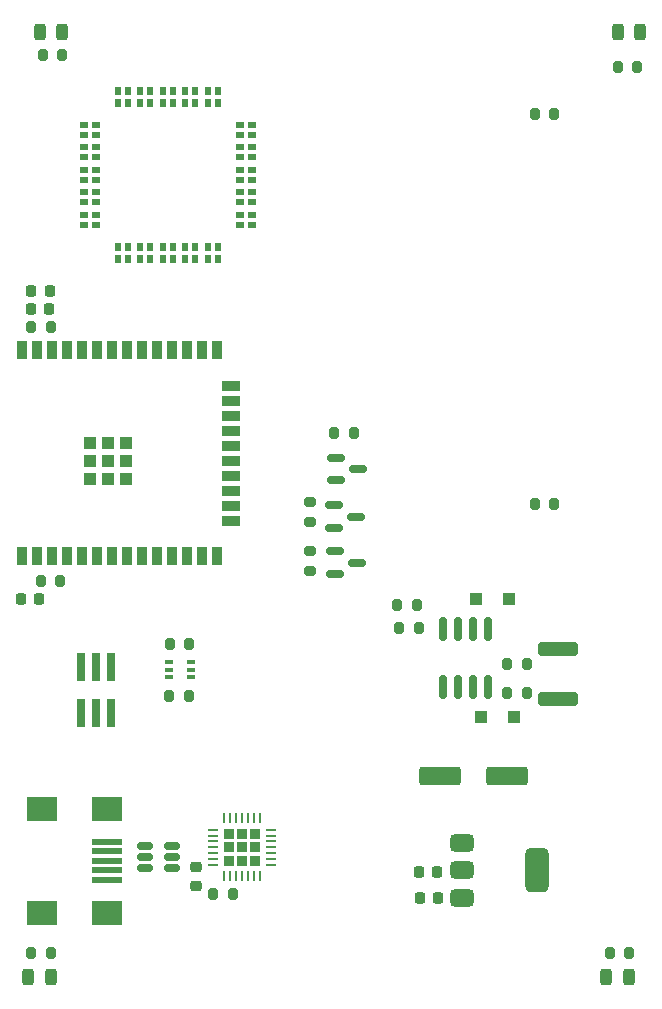
<source format=gbr>
%TF.GenerationSoftware,KiCad,Pcbnew,9.0.1*%
%TF.CreationDate,2025-04-06T11:33:29+02:00*%
%TF.ProjectId,TocBoatReceiver,546f6342-6f61-4745-9265-636569766572,rev?*%
%TF.SameCoordinates,Original*%
%TF.FileFunction,Paste,Top*%
%TF.FilePolarity,Positive*%
%FSLAX46Y46*%
G04 Gerber Fmt 4.6, Leading zero omitted, Abs format (unit mm)*
G04 Created by KiCad (PCBNEW 9.0.1) date 2025-04-06 11:33:29*
%MOMM*%
%LPD*%
G01*
G04 APERTURE LIST*
G04 Aperture macros list*
%AMRoundRect*
0 Rectangle with rounded corners*
0 $1 Rounding radius*
0 $2 $3 $4 $5 $6 $7 $8 $9 X,Y pos of 4 corners*
0 Add a 4 corners polygon primitive as box body*
4,1,4,$2,$3,$4,$5,$6,$7,$8,$9,$2,$3,0*
0 Add four circle primitives for the rounded corners*
1,1,$1+$1,$2,$3*
1,1,$1+$1,$4,$5*
1,1,$1+$1,$6,$7*
1,1,$1+$1,$8,$9*
0 Add four rect primitives between the rounded corners*
20,1,$1+$1,$2,$3,$4,$5,0*
20,1,$1+$1,$4,$5,$6,$7,0*
20,1,$1+$1,$6,$7,$8,$9,0*
20,1,$1+$1,$8,$9,$2,$3,0*%
G04 Aperture macros list end*
%ADD10RoundRect,0.150000X-0.150000X0.825000X-0.150000X-0.825000X0.150000X-0.825000X0.150000X0.825000X0*%
%ADD11R,0.580000X0.720000*%
%ADD12R,0.720000X0.580000*%
%ADD13RoundRect,0.200000X-0.275000X0.200000X-0.275000X-0.200000X0.275000X-0.200000X0.275000X0.200000X0*%
%ADD14RoundRect,0.200000X0.200000X0.275000X-0.200000X0.275000X-0.200000X-0.275000X0.200000X-0.275000X0*%
%ADD15RoundRect,0.250000X1.450000X-0.312500X1.450000X0.312500X-1.450000X0.312500X-1.450000X-0.312500X0*%
%ADD16RoundRect,0.200000X-0.200000X-0.275000X0.200000X-0.275000X0.200000X0.275000X-0.200000X0.275000X0*%
%ADD17RoundRect,0.250000X0.300000X0.300000X-0.300000X0.300000X-0.300000X-0.300000X0.300000X-0.300000X0*%
%ADD18RoundRect,0.225000X0.225000X0.250000X-0.225000X0.250000X-0.225000X-0.250000X0.225000X-0.250000X0*%
%ADD19RoundRect,0.150000X-0.587500X-0.150000X0.587500X-0.150000X0.587500X0.150000X-0.587500X0.150000X0*%
%ADD20RoundRect,0.243750X-0.243750X-0.456250X0.243750X-0.456250X0.243750X0.456250X-0.243750X0.456250X0*%
%ADD21RoundRect,0.225000X-0.250000X0.225000X-0.250000X-0.225000X0.250000X-0.225000X0.250000X0.225000X0*%
%ADD22R,2.500000X0.500000*%
%ADD23R,2.500000X2.000000*%
%ADD24RoundRect,0.375000X-0.625000X-0.375000X0.625000X-0.375000X0.625000X0.375000X-0.625000X0.375000X0*%
%ADD25RoundRect,0.500000X-0.500000X-1.400000X0.500000X-1.400000X0.500000X1.400000X-0.500000X1.400000X0*%
%ADD26RoundRect,0.225000X-0.225000X-0.225000X0.225000X-0.225000X0.225000X0.225000X-0.225000X0.225000X0*%
%ADD27RoundRect,0.062500X-0.337500X-0.062500X0.337500X-0.062500X0.337500X0.062500X-0.337500X0.062500X0*%
%ADD28RoundRect,0.062500X-0.062500X-0.337500X0.062500X-0.337500X0.062500X0.337500X-0.062500X0.337500X0*%
%ADD29RoundRect,0.100000X0.225000X0.100000X-0.225000X0.100000X-0.225000X-0.100000X0.225000X-0.100000X0*%
%ADD30RoundRect,0.150000X-0.512500X-0.150000X0.512500X-0.150000X0.512500X0.150000X-0.512500X0.150000X0*%
%ADD31R,0.740000X2.400000*%
%ADD32RoundRect,0.250000X-1.500000X-0.550000X1.500000X-0.550000X1.500000X0.550000X-1.500000X0.550000X0*%
%ADD33R,0.900000X1.500000*%
%ADD34R,1.500000X0.900000*%
%ADD35R,1.050000X1.050000*%
%ADD36RoundRect,0.225000X-0.225000X-0.250000X0.225000X-0.250000X0.225000X0.250000X-0.225000X0.250000X0*%
G04 APERTURE END LIST*
D10*
%TO.C,U5*%
X172000000Y-102550000D03*
X170730000Y-102550000D03*
X169460000Y-102550000D03*
X168190000Y-102550000D03*
X168190000Y-107500000D03*
X169460000Y-107500000D03*
X170730000Y-107500000D03*
X172000000Y-107500000D03*
%TD*%
D11*
%TO.C,U4*%
X149150000Y-57000000D03*
X148300000Y-57000000D03*
X147250000Y-57000000D03*
X146400000Y-57000000D03*
X145350000Y-57000000D03*
X144500000Y-57000000D03*
X143450000Y-57000000D03*
X142600000Y-57000000D03*
X141550000Y-57000000D03*
X140700000Y-57000000D03*
X149150000Y-58000000D03*
X148300000Y-58000000D03*
X147250000Y-58000000D03*
X146400000Y-58000000D03*
X145350000Y-58000000D03*
X144500000Y-58000000D03*
X143450000Y-58000000D03*
X142600000Y-58000000D03*
X141550000Y-58000000D03*
X140700000Y-58000000D03*
D12*
X152025000Y-59875000D03*
X151025000Y-59875000D03*
X138825000Y-59875000D03*
X137825000Y-59875000D03*
X152025000Y-60725000D03*
X151025000Y-60725000D03*
X138825000Y-60725000D03*
X137825000Y-60725000D03*
X152025000Y-61775000D03*
X151025000Y-61775000D03*
X138825000Y-61775000D03*
X137825000Y-61775000D03*
X152025000Y-62625000D03*
X151025000Y-62625000D03*
X138825000Y-62625000D03*
X137825000Y-62625000D03*
X152025000Y-63675000D03*
X151025000Y-63675000D03*
X138825000Y-63675000D03*
X137825000Y-63675000D03*
X152025000Y-64525000D03*
X151025000Y-64525000D03*
X138825000Y-64525000D03*
X137825000Y-64525000D03*
X152025000Y-65575000D03*
X151025000Y-65575000D03*
X138825000Y-65575000D03*
X137825000Y-65575000D03*
X152025000Y-66425000D03*
X151025000Y-66425000D03*
X138825000Y-66425000D03*
X137825000Y-66425000D03*
X152025000Y-67475000D03*
X151025000Y-67475000D03*
X138825000Y-67475000D03*
X137825000Y-67475000D03*
X152025000Y-68325000D03*
X151025000Y-68325000D03*
X138825000Y-68325000D03*
X137825000Y-68325000D03*
D11*
X149150000Y-70200000D03*
X148300000Y-70200000D03*
X147250000Y-70200000D03*
X146400000Y-70200000D03*
X145350000Y-70200000D03*
X144500000Y-70200000D03*
X143450000Y-70200000D03*
X142600000Y-70200000D03*
X141550000Y-70200000D03*
X140700000Y-70200000D03*
X149150000Y-71200000D03*
X148300000Y-71200000D03*
X147250000Y-71200000D03*
X146400000Y-71200000D03*
X145350000Y-71200000D03*
X144500000Y-71200000D03*
X143450000Y-71200000D03*
X142600000Y-71200000D03*
X141550000Y-71200000D03*
X140700000Y-71200000D03*
%TD*%
D13*
%TO.C,R19*%
X157000000Y-96000000D03*
X157000000Y-97650000D03*
%TD*%
D14*
%TO.C,R18*%
X175325000Y-105500000D03*
X173675000Y-105500000D03*
%TD*%
D15*
%TO.C,R17*%
X178000000Y-108500000D03*
X178000000Y-104225000D03*
%TD*%
D14*
%TO.C,R16*%
X175325000Y-108010000D03*
X173675000Y-108010000D03*
%TD*%
%TO.C,R15*%
X166000000Y-100500000D03*
X164350000Y-100500000D03*
%TD*%
D16*
%TO.C,R14*%
X164500000Y-102500000D03*
X166150000Y-102500000D03*
%TD*%
D13*
%TO.C,R11*%
X157000000Y-91850000D03*
X157000000Y-93500000D03*
%TD*%
D16*
%TO.C,R10*%
X159000000Y-86000000D03*
X160650000Y-86000000D03*
%TD*%
D17*
%TO.C,D6*%
X173800000Y-100000000D03*
X171000000Y-100000000D03*
%TD*%
%TO.C,D5*%
X174200000Y-110000000D03*
X171400000Y-110000000D03*
%TD*%
D18*
%TO.C,C2*%
X134900000Y-75500000D03*
X133350000Y-75500000D03*
%TD*%
D16*
%TO.C,R6*%
X148750000Y-125000000D03*
X150400000Y-125000000D03*
%TD*%
D19*
%TO.C,Q2*%
X159062500Y-96000000D03*
X159062500Y-97900000D03*
X160937500Y-96950000D03*
%TD*%
D16*
%TO.C,R7*%
X183000000Y-55000000D03*
X184650000Y-55000000D03*
%TD*%
D20*
%TO.C,D1*%
X133125000Y-132000000D03*
X135000000Y-132000000D03*
%TD*%
D16*
%TO.C,R8*%
X176000000Y-92000000D03*
X177650000Y-92000000D03*
%TD*%
D19*
%TO.C,Q4*%
X159125000Y-88050000D03*
X159125000Y-89950000D03*
X161000000Y-89000000D03*
%TD*%
D21*
%TO.C,C4*%
X147300000Y-122750000D03*
X147300000Y-124300000D03*
%TD*%
D22*
%TO.C,J2*%
X139800000Y-120600000D03*
X139800000Y-121400000D03*
X139800000Y-122200000D03*
X139800000Y-123000000D03*
X139800000Y-123800000D03*
D23*
X139800000Y-117800000D03*
X134300000Y-117800000D03*
X139800000Y-126600000D03*
X134300000Y-126600000D03*
%TD*%
D24*
%TO.C,U2*%
X169850000Y-120700000D03*
X169850000Y-123000000D03*
D25*
X176150000Y-123000000D03*
D24*
X169850000Y-125300000D03*
%TD*%
D26*
%TO.C,U6*%
X150080000Y-119930000D03*
X150080000Y-121050000D03*
X150080000Y-122170000D03*
X151200000Y-119930000D03*
X151200000Y-121050000D03*
X151200000Y-122170000D03*
X152320000Y-119930000D03*
X152320000Y-121050000D03*
X152320000Y-122170000D03*
D27*
X148750000Y-119550000D03*
X148750000Y-120050000D03*
X148750000Y-120550000D03*
X148750000Y-121050000D03*
X148750000Y-121550000D03*
X148750000Y-122050000D03*
X148750000Y-122550000D03*
D28*
X149700000Y-123500000D03*
X150200000Y-123500000D03*
X150700000Y-123500000D03*
X151200000Y-123500000D03*
X151700000Y-123500000D03*
X152200000Y-123500000D03*
X152700000Y-123500000D03*
D27*
X153650000Y-122550000D03*
X153650000Y-122050000D03*
X153650000Y-121550000D03*
X153650000Y-121050000D03*
X153650000Y-120550000D03*
X153650000Y-120050000D03*
X153650000Y-119550000D03*
D28*
X152700000Y-118600000D03*
X152200000Y-118600000D03*
X151700000Y-118600000D03*
X151200000Y-118600000D03*
X150700000Y-118600000D03*
X150200000Y-118600000D03*
X149700000Y-118600000D03*
%TD*%
D18*
%TO.C,C5*%
X167800000Y-125300000D03*
X166250000Y-125300000D03*
%TD*%
D29*
%TO.C,Q1*%
X146900000Y-106650000D03*
X146900000Y-106000000D03*
X146900000Y-105350000D03*
X145000000Y-105350000D03*
X145000000Y-106000000D03*
X145000000Y-106650000D03*
%TD*%
D20*
%TO.C,D3*%
X134125000Y-52000000D03*
X136000000Y-52000000D03*
%TD*%
D16*
%TO.C,R1*%
X134150000Y-98500000D03*
X135800000Y-98500000D03*
%TD*%
D18*
%TO.C,C6*%
X167700000Y-123100000D03*
X166150000Y-123100000D03*
%TD*%
D30*
%TO.C,U1*%
X143000000Y-120900000D03*
X143000000Y-121850000D03*
X143000000Y-122800000D03*
X145275000Y-122800000D03*
X145275000Y-121850000D03*
X145275000Y-120900000D03*
%TD*%
D16*
%TO.C,R9*%
X176000000Y-59000000D03*
X177650000Y-59000000D03*
%TD*%
D31*
%TO.C,J1*%
X140100000Y-105800000D03*
X140100000Y-109700000D03*
X138830000Y-105800000D03*
X138830000Y-109700000D03*
X137560000Y-105800000D03*
X137560000Y-109700000D03*
%TD*%
D32*
%TO.C,C7*%
X168000000Y-115000000D03*
X173600000Y-115000000D03*
%TD*%
D20*
%TO.C,D2*%
X182062500Y-132000000D03*
X183937500Y-132000000D03*
%TD*%
D33*
%TO.C,U3*%
X132540000Y-96420000D03*
X133810000Y-96420000D03*
X135080000Y-96420000D03*
X136350000Y-96420000D03*
X137620000Y-96420000D03*
X138890000Y-96420000D03*
X140160000Y-96420000D03*
X141430000Y-96420000D03*
X142700000Y-96420000D03*
X143970000Y-96420000D03*
X145240000Y-96420000D03*
X146510000Y-96420000D03*
X147780000Y-96420000D03*
X149050000Y-96420000D03*
D34*
X150300000Y-93380000D03*
X150300000Y-92110000D03*
X150300000Y-90840000D03*
X150300000Y-89570000D03*
X150300000Y-88300000D03*
X150300000Y-87030000D03*
X150300000Y-85760000D03*
X150300000Y-84490000D03*
X150300000Y-83220000D03*
X150300000Y-81950000D03*
D33*
X149050000Y-78920000D03*
X147780000Y-78920000D03*
X146510000Y-78920000D03*
X145240000Y-78920000D03*
X143970000Y-78920000D03*
X142700000Y-78920000D03*
X141430000Y-78920000D03*
X140160000Y-78920000D03*
X138890000Y-78920000D03*
X137620000Y-78920000D03*
X136350000Y-78920000D03*
X135080000Y-78920000D03*
X133810000Y-78920000D03*
X132540000Y-78920000D03*
D35*
X138355000Y-89875000D03*
X139880000Y-89875000D03*
X141405000Y-89875000D03*
X138355000Y-88350000D03*
X139880000Y-88350000D03*
X141405000Y-88350000D03*
X138355000Y-86825000D03*
X139880000Y-86825000D03*
X141405000Y-86825000D03*
%TD*%
D16*
%TO.C,R5*%
X133350000Y-77000000D03*
X135000000Y-77000000D03*
%TD*%
D20*
%TO.C,D4*%
X183062500Y-52000000D03*
X184937500Y-52000000D03*
%TD*%
D16*
%TO.C,R4*%
X134350000Y-54000000D03*
X136000000Y-54000000D03*
%TD*%
D36*
%TO.C,C3*%
X132500000Y-100000000D03*
X134050000Y-100000000D03*
%TD*%
D16*
%TO.C,R13*%
X145050000Y-108200000D03*
X146700000Y-108200000D03*
%TD*%
%TO.C,R3*%
X182350000Y-130000000D03*
X184000000Y-130000000D03*
%TD*%
D14*
%TO.C,R12*%
X146750000Y-103800000D03*
X145100000Y-103800000D03*
%TD*%
D19*
%TO.C,Q3*%
X159000000Y-92100000D03*
X159000000Y-94000000D03*
X160875000Y-93050000D03*
%TD*%
D16*
%TO.C,R2*%
X133350000Y-130000000D03*
X135000000Y-130000000D03*
%TD*%
D36*
%TO.C,C1*%
X133381750Y-73968250D03*
X134931750Y-73968250D03*
%TD*%
M02*

</source>
